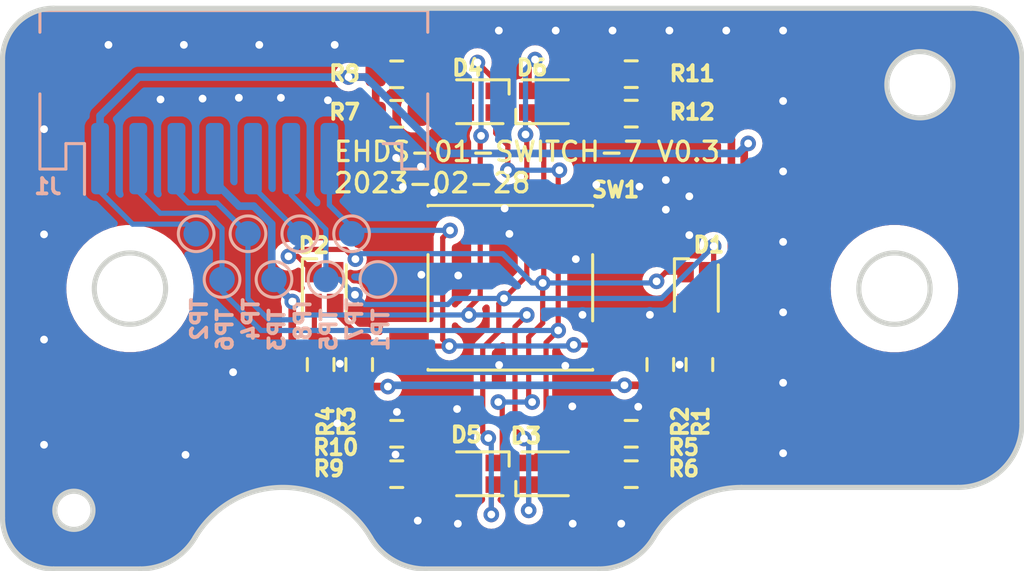
<source format=kicad_pcb>
(kicad_pcb (version 20221018) (generator pcbnew)
  (title_block (title "EHDS-01-Switch-7") (date "2024-01-18") (rev "V0.3") (company "Ovobot") (comment 1 "EHDS-01 Switch-7副板，V0.3，40x22x1.2mm ，FR4，2层，绿油白字，无铅喷锡"))
  (layers (0 "F.Cu" signal) (31 "B.Cu" signal) (34 "B.Paste" user) (35 "F.Paste" user) (36 "B.SilkS" user "B.Silkscreen") (37 "F.SilkS" user "F.Silkscreen") (38 "B.Mask" user) (39 "F.Mask" user) (44 "Edge.Cuts" user))
  (net 0 "")
  (net 1 "GND")
  (net 2 "/CHG_ON_LED")
  (net 3 "/CHG_DONE_LED")
  (net 4 "+3V3")
  (net 5 "/LED_BLUE")
  (net 6 "/LED_RED")
  (net 7 "/IR_OUT")
  (net 8 "VPP")
  (net 9 "Net-(D1-A1)")
  (net 10 "Net-(D1-A2)")
  (net 11 "Net-(D2-A1)")
  (net 12 "Net-(D2-A2)")
  (net 13 "Net-(D3-A1)")
  (net 14 "Net-(D3-A2)")
  (net 15 "Net-(D4-A1)")
  (net 16 "Net-(D4-A2)")
  (net 17 "Net-(D5-A1)")
  (net 18 "Net-(D5-A2)")
  (net 19 "Net-(D6-A1)")
  (net 20 "Net-(D6-A2)")
  (footprint "Resistor_SMD:R_0603_1608Metric" (layer "F.Cu") (at 144.604 96.328)
    (fp_text reference "R6" (at 2.058 -0.215) (layer "F.SilkS") (effects (font (size 0.6 0.6))))
    (fp_text value "10K")
    (fp_line (start -0.237258 -0.5225) (end 0.237258 -0.5225) (stroke (width 0.12)) (layer "F.SilkS"))
    (fp_line (start -0.237258 0.5225) (end 0.237258 0.5225) (stroke (width 0.12)) (layer "F.SilkS"))
    (pad "1" smd roundrect (at -0.825 0) (size 0.8 0.95) (layers "F.Cu" "F.Paste" "F.Mask") (net 14 "Net-(D3-A2)"))
    (pad "2" smd roundrect (at 0.825 0) (size 0.8 0.95) (layers "F.Cu" "F.Paste" "F.Mask") (net 8 "VPP"))
  )
  (footprint "Resistor_SMD:R_0603_1608Metric" (layer "F.Cu") (at 133.93 92.028 -90)
    (fp_text reference "R3" (at 2.237 0.488 90) (layer "F.SilkS") (effects (font (size 0.6 0.6))))
    (fp_text value "330R")
    (fp_line (start -0.237258 -0.5225) (end 0.237258 -0.5225) (stroke (width 0.12)) (layer "F.SilkS"))
    (fp_line (start -0.237258 0.5225) (end 0.237258 0.5225) (stroke (width 0.12)) (layer "F.SilkS"))
    (pad "1" smd roundrect (at -0.825 0 270) (size 0.8 0.95) (layers "F.Cu" "F.Paste" "F.Mask") (net 11 "Net-(D2-A1)"))
    (pad "2" smd roundrect (at 0.825 0 270) (size 0.8 0.95) (layers "F.Cu" "F.Paste" "F.Mask") (net 4 "+3V3"))
  )
  (footprint "Resistor_SMD:R_0603_1608Metric" (layer "F.Cu") (at 144.604 94.744)
    (fp_text reference "R5" (at 2.058 0.533) (layer "F.SilkS") (effects (font (size 0.6 0.6))))
    (fp_text value "10K")
    (fp_line (start -0.237258 -0.5225) (end 0.237258 -0.5225) (stroke (width 0.12)) (layer "F.SilkS"))
    (fp_line (start -0.237258 0.5225) (end 0.237258 0.5225) (stroke (width 0.12)) (layer "F.SilkS"))
    (pad "1" smd roundrect (at -0.825 0) (size 0.8 0.95) (layers "F.Cu" "F.Paste" "F.Mask") (net 13 "Net-(D3-A1)"))
    (pad "2" smd roundrect (at 0.825 0) (size 0.8 0.95) (layers "F.Cu" "F.Paste" "F.Mask") (net 8 "VPP"))
  )
  (footprint "Resistor_SMD:R_0603_1608Metric" (layer "F.Cu") (at 135.403 80.638 180)
    (fp_text reference "R8" (at 2.048 0.029) (layer "F.SilkS") (effects (font (size 0.6 0.6))))
    (fp_text value "10K")
    (fp_line (start -0.237258 -0.5225) (end 0.237258 -0.5225) (stroke (width 0.12)) (layer "F.SilkS"))
    (fp_line (start -0.237258 0.5225) (end 0.237258 0.5225) (stroke (width 0.12)) (layer "F.SilkS"))
    (pad "1" smd roundrect (at -0.825 0 180) (size 0.8 0.95) (layers "F.Cu" "F.Paste" "F.Mask") (net 16 "Net-(D4-A2)"))
    (pad "2" smd roundrect (at 0.825 0 180) (size 0.8 0.95) (layers "F.Cu" "F.Paste" "F.Mask") (net 8 "VPP"))
  )
  (footprint "Resistor_SMD:R_0603_1608Metric" (layer "F.Cu") (at 145.746 92.028 -90)
    (fp_text reference "R2" (at 2.237 -0.781 90) (layer "F.SilkS") (effects (font (size 0.6 0.6))))
    (fp_text value "330R")
    (fp_line (start -0.237258 -0.5225) (end 0.237258 -0.5225) (stroke (width 0.12)) (layer "F.SilkS"))
    (fp_line (start -0.237258 0.5225) (end 0.237258 0.5225) (stroke (width 0.12)) (layer "F.SilkS"))
    (pad "1" smd roundrect (at -0.825 0 270) (size 0.8 0.95) (layers "F.Cu" "F.Paste" "F.Mask") (net 10 "Net-(D1-A2)"))
    (pad "2" smd roundrect (at 0.825 0 270) (size 0.8 0.95) (layers "F.Cu" "F.Paste" "F.Mask") (net 4 "+3V3"))
  )
  (footprint "Ovo_Button_Switch_SMD:SW_Push_1P1T_NO_6x6mm_H5.0mm" (layer "F.Cu") (at 139.861 89.014)
    (fp_text reference "SW1" (at 4.126 -3.843) (layer "F.SilkS") (effects (font (size 0.6 0.6))))
    (fp_text value "6x6x5mm")
    (fp_line (start -3.23 -3.23) (end 3.23 -3.23) (stroke (width 0.12)) (layer "F.SilkS"))
    (fp_line (start -3.23 -3.2) (end -3.23 -3.23) (stroke (width 0.12)) (layer "F.SilkS"))
    (fp_line (start -3.23 -1.3) (end -3.23 1.3) (stroke (width 0.12)) (layer "F.SilkS"))
    (fp_line (start -3.23 3.23) (end -3.23 3.2) (stroke (width 0.12)) (layer "F.SilkS"))
    (fp_line (start -3.23 3.23) (end 3.23 3.23) (stroke (width 0.12)) (layer "F.SilkS"))
    (fp_line (start 3.23 -3.23) (end 3.23 -3.2) (stroke (width 0.12)) (layer "F.SilkS"))
    (fp_line (start 3.23 -1.3) (end 3.23 1.3) (stroke (width 0.12)) (layer "F.SilkS"))
    (fp_line (start 3.23 3.23) (end 3.23 3.2) (stroke (width 0.12)) (layer "F.SilkS"))
    (pad "1" smd rect (at -3.975 -2.25) (size 1.55 1.3) (layers "F.Cu" "F.Paste" "F.Mask") (net 1 "GND"))
    (pad "1" smd rect (at 3.975 -2.25) (size 1.55 1.3) (layers "F.Cu" "F.Paste" "F.Mask") (net 1 "GND"))
    (pad "2" smd rect (at -3.975 2.25) (size 1.55 1.3) (layers "F.Cu" "F.Paste" "F.Mask") (net 7 "/IR_OUT"))
    (pad "2" smd rect (at 3.975 2.25) (size 1.55 1.3) (layers "F.Cu" "F.Paste" "F.Mask") (net 7 "/IR_OUT"))
  )
  (footprint "Resistor_SMD:R_0603_1608Metric" (layer "F.Cu") (at 135.403 94.744 180)
    (fp_text reference "R10" (at 2.393 -0.533) (layer "F.SilkS") (effects (font (size 0.6 0.6))))
    (fp_text value "330R")
    (fp_line (start -0.237258 -0.5225) (end 0.237258 -0.5225) (stroke (width 0.12)) (layer "F.SilkS"))
    (fp_line (start -0.237258 0.5225) (end 0.237258 0.5225) (stroke (width 0.12)) (layer "F.SilkS"))
    (pad "1" smd roundrect (at -0.825 0 180) (size 0.8 0.95) (layers "F.Cu" "F.Paste" "F.Mask") (net 18 "Net-(D5-A2)"))
    (pad "2" smd roundrect (at 0.825 0 180) (size 0.8 0.95) (layers "F.Cu" "F.Paste" "F.Mask") (net 4 "+3V3"))
  )
  (footprint "Resistor_SMD:R_0603_1608Metric" (layer "F.Cu") (at 135.403 96.328 180)
    (fp_text reference "R9" (at 2.663 0.215) (layer "F.SilkS") (effects (font (size 0.6 0.6))))
    (fp_text value "330R")
    (fp_line (start -0.237258 -0.5225) (end 0.237258 -0.5225) (stroke (width 0.12)) (layer "F.SilkS"))
    (fp_line (start -0.237258 0.5225) (end 0.237258 0.5225) (stroke (width 0.12)) (layer "F.SilkS"))
    (pad "1" smd roundrect (at -0.825 0 180) (size 0.8 0.95) (layers "F.Cu" "F.Paste" "F.Mask") (net 17 "Net-(D5-A1)"))
    (pad "2" smd roundrect (at 0.825 0 180) (size 0.8 0.95) (layers "F.Cu" "F.Paste" "F.Mask") (net 4 "+3V3"))
  )
  (footprint "Ovo_LED_SMD:LED_Dual_1.6x1.5mm" (layer "F.Cu") (at 141.226 96.314 180)
    (fp_text reference "D3" (at 0.754 1.489 unlocked) (layer "F.SilkS") (effects (font (size 0.6 0.6))))
    (fp_text value "LED_Dual_Yellow_Green_AKAK")
    (fp_line (start -0.91 -0.86) (end 1.15 -0.86) (stroke (width 0.12)) (layer "F.SilkS"))
    (fp_line (start -0.91 0.86) (end 0.91 0.86) (stroke (width 0.12)) (layer "F.SilkS"))
    (fp_line (start 1.15 -0.86) (end 1.15 -0.3) (stroke (width 0.12)) (layer "F.SilkS"))
    (pad "1" smd rect (at -0.625 0.425 180) (size 0.8 0.65) (layers "F.Cu" "F.Paste" "F.Mask") (net 13 "Net-(D3-A1)"))
    (pad "2" smd rect (at 0.625 0.425 180) (size 0.8 0.65) (layers "F.Cu" "F.Paste" "F.Mask") (net 2 "/CHG_ON_LED"))
    (pad "3" smd rect (at -0.625 -0.425 180) (size 0.8 0.65) (layers "F.Cu" "F.Paste" "F.Mask") (net 14 "Net-(D3-A2)"))
    (pad "4" smd rect (at 0.625 -0.425 180) (size 0.8 0.65) (layers "F.Cu" "F.Paste" "F.Mask") (net 3 "/CHG_DONE_LED"))
  )
  (footprint "Ovo_LED_SMD:LED_Dual_1.6x1.5mm" (layer "F.Cu") (at 141.226 81.713 180)
    (fp_text reference "D6" (at 0.511 1.332 unlocked) (layer "F.SilkS") (effects (font (size 0.6 0.6))))
    (fp_text value "LED_Dual_Red_Blue_AKAK")
    (fp_line (start -0.91 -0.86) (end 1.15 -0.86) (stroke (width 0.12)) (layer "F.SilkS"))
    (fp_line (start -0.91 0.86) (end 0.91 0.86) (stroke (width 0.12)) (layer "F.SilkS"))
    (fp_line (start 1.15 -0.86) (end 1.15 -0.3) (stroke (width 0.12)) (layer "F.SilkS"))
    (pad "1" smd rect (at -0.625 0.425 180) (size 0.8 0.65) (layers "F.Cu" "F.Paste" "F.Mask") (net 19 "Net-(D6-A1)"))
    (pad "2" smd rect (at 0.625 0.425 180) (size 0.8 0.65) (layers "F.Cu" "F.Paste" "F.Mask") (net 6 "/LED_RED"))
    (pad "3" smd rect (at -0.625 -0.425 180) (size 0.8 0.65) (layers "F.Cu" "F.Paste" "F.Mask") (net 20 "Net-(D6-A2)"))
    (pad "4" smd rect (at 0.625 -0.425 180) (size 0.8 0.65) (layers "F.Cu" "F.Paste" "F.Mask") (net 5 "/LED_BLUE"))
  )
  (footprint "Resistor_SMD:R_0603_1608Metric" (layer "F.Cu") (at 135.403 82.188 180)
    (fp_text reference "R7" (at 2.048 0.07) (layer "F.SilkS") (effects (font (size 0.6 0.6))))
    (fp_text value "10K")
    (fp_line (start -0.237258 -0.5225) (end 0.237258 -0.5225) (stroke (width 0.12)) (layer "F.SilkS"))
    (fp_line (start -0.237258 0.5225) (end 0.237258 0.5225) (stroke (width 0.12)) (layer "F.SilkS"))
    (pad "1" smd roundrect (at -0.825 0 180) (size 0.8 0.95) (layers "F.Cu" "F.Paste" "F.Mask") (net 15 "Net-(D4-A1)"))
    (pad "2" smd roundrect (at 0.825 0 180) (size 0.8 0.95) (layers "F.Cu" "F.Paste" "F.Mask") (net 8 "VPP"))
  )
  (footprint "Resistor_SMD:R_0603_1608Metric" (layer "F.Cu") (at 144.604 82.182)
    (fp_text reference "R12" (at 2.395 -0.064) (layer "F.SilkS") (effects (font (size 0.6 0.6))))
    (fp_text value "330R")
    (fp_line (start -0.237258 -0.5225) (end 0.237258 -0.5225) (stroke (width 0.12)) (layer "F.SilkS"))
    (fp_line (start -0.237258 0.5225) (end 0.237258 0.5225) (stroke (width 0.12)) (layer "F.SilkS"))
    (pad "1" smd roundrect (at -0.825 0) (size 0.8 0.95) (layers "F.Cu" "F.Paste" "F.Mask") (net 20 "Net-(D6-A2)"))
    (pad "2" smd roundrect (at 0.825 0) (size 0.8 0.95) (layers "F.Cu" "F.Paste" "F.Mask") (net 4 "+3V3"))
  )
  (footprint "Resistor_SMD:R_0603_1608Metric" (layer "F.Cu") (at 147.281 92.028 -90)
    (fp_text reference "R1" (at 2.237 -0.055 90) (layer "F.SilkS") (effects (font (size 0.6 0.6))))
    (fp_text value "330R")
    (fp_line (start -0.237258 -0.5225) (end 0.237258 -0.5225) (stroke (width 0.12)) (layer "F.SilkS"))
    (fp_line (start -0.237258 0.5225) (end 0.237258 0.5225) (stroke (width 0.12)) (layer "F.SilkS"))
    (pad "1" smd roundrect (at -0.825 0 270) (size 0.8 0.95) (layers "F.Cu" "F.Paste" "F.Mask") (net 9 "Net-(D1-A1)"))
    (pad "2" smd roundrect (at 0.825 0 270) (size 0.8 0.95) (layers "F.Cu" "F.Paste" "F.Mask") (net 4 "+3V3"))
  )
  (footprint "Resistor_SMD:R_0603_1608Metric" (layer "F.Cu") (at 132.417 92.028 -90)
    (fp_text reference "R4" (at 2.237 -0.202 90) (layer "F.SilkS") (effects (font (size 0.6 0.6))))
    (fp_text value "330R")
    (fp_line (start -0.237258 -0.5225) (end 0.237258 -0.5225) (stroke (width 0.12)) (layer "F.SilkS"))
    (fp_line (start -0.237258 0.5225) (end 0.237258 0.5225) (stroke (width 0.12)) (layer "F.SilkS"))
    (pad "1" smd roundrect (at -0.825 0 270) (size 0.8 0.95) (layers "F.Cu" "F.Paste" "F.Mask") (net 12 "Net-(D2-A2)"))
    (pad "2" smd roundrect (at 0.825 0 270) (size 0.8 0.95) (layers "F.Cu" "F.Paste" "F.Mask") (net 4 "+3V3"))
  )
  (footprint "Resistor_SMD:R_0603_1608Metric" (layer "F.Cu") (at 144.604 80.632)
    (fp_text reference "R11" (at 2.395 -0.023) (layer "F.SilkS") (effects (font (size 0.6 0.6))))
    (fp_text value "330R")
    (fp_line (start -0.237258 -0.5225) (end 0.237258 -0.5225) (stroke (width 0.12)) (layer "F.SilkS"))
    (fp_line (start -0.237258 0.5225) (end 0.237258 0.5225) (stroke (width 0.12)) (layer "F.SilkS"))
    (pad "1" smd roundrect (at -0.825 0) (size 0.8 0.95) (layers "F.Cu" "F.Paste" "F.Mask") (net 19 "Net-(D6-A1)"))
    (pad "2" smd roundrect (at 0.825 0) (size 0.8 0.95) (layers "F.Cu" "F.Paste" "F.Mask") (net 4 "+3V3"))
  )
  (footprint "Ovo_LED_SMD:LED_Dual_1.6x1.5mm" (layer "F.Cu") (at 138.663 96.314)
    (fp_text reference "D5" (at -0.532 -1.531 unlocked) (layer "F.SilkS") (effects (font (size 0.6 0.6))))
    (fp_text value "LED_Dual_Red_Blue_AKAK")
    (fp_line (start -0.91 -0.86) (end 1.15 -0.86) (stroke (width 0.12)) (layer "F.SilkS"))
    (fp_line (start -0.91 0.86) (end 0.91 0.86) (stroke (width 0.12)) (layer "F.SilkS"))
    (fp_line (start 1.15 -0.86) (end 1.15 -0.3) (stroke (width 0.12)) (layer "F.SilkS"))
    (pad "1" smd rect (at -0.625 0.425) (size 0.8 0.65) (layers "F.Cu" "F.Paste" "F.Mask") (net 17 "Net-(D5-A1)"))
    (pad "2" smd rect (at 0.625 0.425) (size 0.8 0.65) (layers "F.Cu" "F.Paste" "F.Mask") (net 6 "/LED_RED"))
    (pad "3" smd rect (at -0.625 -0.425) (size 0.8 0.65) (layers "F.Cu" "F.Paste" "F.Mask") (net 18 "Net-(D5-A2)"))
    (pad "4" smd rect (at 0.625 -0.425) (size 0.8 0.65) (layers "F.Cu" "F.Paste" "F.Mask") (net 5 "/LED_BLUE"))
  )
  (footprint "Ovo_LED_SMD:LED_Dual_1.6x1.5mm" (layer "F.Cu") (at 138.663 81.713)
    (fp_text reference "D4" (at -0.478 -1.324 unlocked) (layer "F.SilkS") (effects (font (size 0.6 0.6))))
    (fp_text value "LED_Dual_Yellow_Green_AKAK")
    (fp_line (start -0.91 -0.86) (end 1.15 -0.86) (stroke (width 0.12)) (layer "F.SilkS"))
    (fp_line (start -0.91 0.86) (end 0.91 0.86) (stroke (width 0.12)) (layer "F.SilkS"))
    (fp_line (start 1.15 -0.86) (end 1.15 -0.3) (stroke (width 0.12)) (layer "F.SilkS"))
    (pad "1" smd rect (at -0.625 0.425) (size 0.8 0.65) (layers "F.Cu" "F.Paste" "F.Mask") (net 15 "Net-(D4-A1)"))
    (pad "2" smd rect (at 0.625 0.425) (size 0.8 0.65) (layers "F.Cu" "F.Paste" "F.Mask") (net 2 "/CHG_ON_LED"))
    (pad "3" smd rect (at -0.625 -0.425) (size 0.8 0.65) (layers "F.Cu" "F.Paste" "F.Mask") (net 16 "Net-(D4-A2)"))
    (pad "4" smd rect (at 0.625 -0.425) (size 0.8 0.65) (layers "F.Cu" "F.Paste" "F.Mask") (net 3 "/CHG_DONE_LED"))
  )
  (footprint "Ovo_LED_SMD:LED_Dual_1.6x1.5mm" (layer "F.Cu") (at 147.161 89.027 90)
    (fp_text reference "D1" (at 1.695 0.487 unlocked) (layer "F.SilkS") (effects (font (size 0.6 0.6))))
    (fp_text value "LED_Dual_Red_Blue_AKAK")
    (fp_line (start -0.91 -0.86) (end 1.15 -0.86) (stroke (width 0.12)) (layer "F.SilkS"))
    (fp_line (start -0.91 0.86) (end 0.91 0.86) (stroke (width 0.12)) (layer "F.SilkS"))
    (fp_line (start 1.15 -0.86) (end 1.15 -0.3) (stroke (width 0.12)) (layer "F.SilkS"))
    (pad "1" smd rect (at -0.625 0.425 90) (size 0.8 0.65) (layers "F.Cu" "F.Paste" "F.Mask") (net 9 "Net-(D1-A1)"))
    (pad "2" smd rect (at 0.625 0.425 90) (size 0.8 0.65) (layers "F.Cu" "F.Paste" "F.Mask") (net 6 "/LED_RED"))
    (pad "3" smd rect (at -0.625 -0.425 90) (size 0.8 0.65) (layers "F.Cu" "F.Paste" "F.Mask") (net 10 "Net-(D1-A2)"))
    (pad "4" smd rect (at 0.625 -0.425 90) (size 0.8 0.65) (layers "F.Cu" "F.Paste" "F.Mask") (net 5 "/LED_BLUE"))
  )
  (footprint "Ovo_LED_SMD:LED_Dual_1.6x1.5mm" (layer "F.Cu") (at 132.561 89.027 90)
    (fp_text reference "D2" (at 1.675 -0.407 unlocked) (layer "F.SilkS") (effects (font (size 0.6 0.6))))
    (fp_text value "LED_Dual_Red_Blue_AKAK")
    (fp_line (start -0.91 -0.86) (end 1.15 -0.86) (stroke (width 0.12)) (layer "F.SilkS"))
    (fp_line (start -0.91 0.86) (end 0.91 0.86) (stroke (width 0.12)) (layer "F.SilkS"))
    (fp_line (start 1.15 -0.86) (end 1.15 -0.3) (stroke (width 0.12)) (layer "F.SilkS"))
    (pad "1" smd rect (at -0.625 0.425 90) (size 0.8 0.65) (layers "F.Cu" "F.Paste" "F.Mask") (net 11 "Net-(D2-A1)"))
    (pad "2" smd rect (at 0.625 0.425 90) (size 0.8 0.65) (layers "F.Cu" "F.Paste" "F.Mask") (net 6 "/LED_RED"))
    (pad "3" smd rect (at -0.625 -0.425 90) (size 0.8 0.65) (layers "F.Cu" "F.Paste" "F.Mask") (net 12 "Net-(D2-A2)"))
    (pad "4" smd rect (at 0.625 -0.425 90) (size 0.8 0.65) (layers "F.Cu" "F.Paste" "F.Mask") (net 5 "/LED_BLUE"))
  )
  (footprint "TestPoint:TestPoint_Pad_D1.0mm" (layer "B.Cu") (at 131.598332 86.895 180)
    (fp_text reference "TP8" (at -0.121 -3.357 90) (layer "B.SilkS") (effects (font (size 0.6 0.6)) (justify mirror)))
    (fp_text value "LED_BLUE")
    (fp_circle (center 0 0) (end 0 -0.7) (stroke (width 0.12)) (fill none) (layer "B.SilkS"))
    (pad "1" smd circle (at 0 0 180) (size 1 1) (layers "B.Cu" "B.Mask") (net 5 "/LED_BLUE"))
  )
  (footprint "TestPoint:TestPoint_Pad_D1.0mm" (layer "B.Cu") (at 128.548 88.688 180)
    (fp_text reference "TP6" (at -0.114 -1.98 90) (layer "B.SilkS") (effects (font (size 0.6 0.6)) (justify mirror)))
    (fp_text value "CHG_ON_LED")
    (fp_circle (center 0 0) (end 0 -0.7) (stroke (width 0.12)) (fill none) (layer "B.SilkS"))
    (pad "1" smd circle (at 0 0 180) (size 1 1) (layers "B.Cu" "B.Mask") (net 2 "/CHG_ON_LED"))
  )
  (footprint "TestPoint:TestPoint_Pad_D1.0mm" (layer "B.Cu") (at 130.587 88.688 180)
    (fp_text reference "TP3" (at -0.114 -1.98 90) (layer "B.SilkS") (effects (font (size 0.6 0.6)) (justify mirror)))
    (fp_text value "3V3")
    (fp_circle (center 0 0) (end 0 -0.7) (stroke (width 0.12)) (fill none) (layer "B.SilkS"))
    (pad "1" smd circle (at 0 0 180) (size 1 1) (layers "B.Cu" "B.Mask") (net 4 "+3V3"))
  )
  (footprint "Ovo_Connector_JST:JST_ZH_S8B-ZR-SM4-TF_1x08-1MP_P1.50mm_Horizontal" (layer "B.Cu") (at 129.011 82.297)
    (fp_text reference "J1" (at -7.295 2.743) (layer "B.SilkS") (effects (font (size 0.6 0.6)) (justify mirror)))
    (fp_text value "ZH1.5MM/8AWSMT")
    (fp_line (start -7.61 -4.16) (end 7.61 -4.16) (stroke (width 0.12)) (layer "B.SilkS"))
    (fp_line (start -7.61 -3.31) (end -7.61 -4.16) (stroke (width 0.12)) (layer "B.SilkS"))
    (fp_line (start -7.61 -0.89) (end -7.61 2.06) (stroke (width 0.12)) (layer "B.SilkS"))
    (fp_line (start -7.61 2.06) (end -6.59 2.06) (stroke (width 0.12)) (layer "B.SilkS"))
    (fp_line (start -6.59 1.06) (end -5.86 1.06) (stroke (width 0.12)) (layer "B.SilkS"))
    (fp_line (start -6.59 2.06) (end -6.59 1.06) (stroke (width 0.12)) (layer "B.SilkS"))
    (fp_line (start -5.86 1.06) (end -5.86 3.05) (stroke (width 0.12)) (layer "B.SilkS"))
    (fp_line (start 6.59 1.06) (end 5.86 1.06) (stroke (width 0.12)) (layer "B.SilkS"))
    (fp_line (start 6.59 2.06) (end 6.59 1.06) (stroke (width 0.12)) (layer "B.SilkS"))
    (fp_line (start 7.61 -4.16) (end 7.61 -3.31) (stroke (width 0.12)) (layer "B.SilkS"))
    (fp_line (start 7.61 -0.89) (end 7.61 2.06) (stroke (width 0.12)) (layer "B.SilkS"))
    (fp_line (start 7.61 2.06) (end 6.59 2.06) (stroke (width 0.12)) (layer "B.SilkS"))
    (pad "1" smd roundrect (at -5.25 1.65) (size 0.7 2.8) (layers "B.Cu" "B.Paste" "B.Mask") (net 8 "VPP"))
    (pad "2" smd roundrect (at -3.75 1.65) (size 0.7 2.8) (layers "B.Cu" "B.Paste" "B.Mask") (net 2 "/CHG_ON_LED"))
    (pad "3" smd roundrect (at -2.25 1.65) (size 0.7 2.8) (layers "B.Cu" "B.Paste" "B.Mask") (net 3 "/CHG_DONE_LED"))
    (pad "4" smd roundrect (at -0.75 1.65) (size 0.7 2.8) (layers "B.Cu" "B.Paste" "B.Mask") (net 4 "+3V3"))
    (pad "5" smd roundrect (at 0.75 1.65) (size 0.7 2.8) (layers "B.Cu" "B.Paste" "B.Mask") (net 5 "/LED_BLUE"))
    (pad "6" smd roundrect (at 2.25 1.65) (size 0.7 2.8) (layers "B.Cu" "B.Paste" "B.Mask") (net 6 "/LED_RED"))
    (pad "7" smd roundrect (at 3.75 1.65) (size 0.7 2.8) (layers "B.Cu" "B.Paste" "B.Mask") (net 7 "/IR_OUT"))
    (pad "8" smd roundrect (at 5.25 1.65) (size 0.7 2.8) (layers "B.Cu" "B.Paste" "B.Mask") (net 1 "GND"))
    (pad "MP" smd roundrect (at -7.2 -2.1) (size 1.1 1.9) (layers "B.Cu" "B.Paste" "B.Mask") (roundrect_rratio 0.2272727273) (net 1 "GND"))
    (pad "MP" smd roundrect (at 7.2 -2.1) (size 1.1 1.9) (layers "B.Cu" "B.Paste" "B.Mask") (roundrect_rratio 0.2272727273) (net 1 "GND"))
  )
  (footprint "TestPoint:TestPoint_Pad_D1.0mm" (layer "B.Cu") (at 129.565666 86.895 180)
    (fp_text reference "TP4" (at -0.121 -3.357 90) (layer "B.SilkS") (effects (font (size 0.6 0.6)) (justify mirror)))
    (fp_text value "CHG_DONE_LED")
    (fp_circle (center 0 0) (end 0 -0.7) (stroke (width 0.12)) (fill none) (layer "B.SilkS"))
    (pad "1" smd circle (at 0 0 180) (size 1 1) (layers "B.Cu" "B.Mask") (net 3 "/CHG_DONE_LED"))
  )
  (footprint "TestPoint:TestPoint_Pad_D1.0mm" (layer "B.Cu") (at 134.665 88.688 180)
    (fp_text reference "TP1" (at -0.114 -1.98 90) (layer "B.SilkS") (effects (font (size 0.6 0.6)) (justify mirror)))
    (fp_text value "GND")
    (fp_circle (center 0 0) (end 0 -0.7) (stroke (width 0.12)) (fill none) (layer "B.SilkS"))
    (pad "1" smd circle (at 0 0 180) (size 1 1) (layers "B.Cu" "B.Mask") (net 1 "GND"))
  )
  (footprint "TestPoint:TestPoint_Pad_D1.0mm" (layer "B.Cu") (at 133.630998 86.895 180)
    (fp_text reference "TP7" (at -0.121 -3.357 90) (layer "B.SilkS") (effects (font (size 0.6 0.6)) (justify mirror)))
    (fp_text value "IR_OUT")
    (fp_circle (center 0 0) (end 0 -0.7) (stroke (width 0.12)) (fill none) (layer "B.SilkS"))
    (pad "1" smd circle (at 0 0 180) (size 1 1) (layers "B.Cu" "B.Mask") (net 7 "/IR_OUT"))
  )
  (footprint "TestPoint:TestPoint_Pad_D1.0mm" (layer "B.Cu") (at 127.533 86.895 180)
    (fp_text reference "TP2" (at -0.121 -3.357 90) (layer "B.SilkS") (effects (font (size 0.6 0.6)) (justify mirror)))
    (fp_text value "VPP")
    (fp_circle (center 0 0) (end 0 -0.7) (stroke (width 0.12)) (fill none) (layer "B.SilkS"))
    (pad "1" smd circle (at 0 0 180) (size 1 1) (layers "B.Cu" "B.Mask") (net 8 "VPP"))
  )
  (footprint "TestPoint:TestPoint_Pad_D1.0mm" (layer "B.Cu") (at 132.626 88.688 180)
    (fp_text reference "TP5" (at -0.114 -1.98 90) (layer "B.SilkS") (effects (font (size 0.6 0.6)) (justify mirror)))
    (fp_text value "LED_RED")
    (fp_circle (center 0 0) (end 0 -0.7) (stroke (width 0.12)) (fill none) (layer "B.SilkS"))
    (pad "1" smd circle (at 0 0 180) (size 1 1) (layers "B.Cu" "B.Mask") (net 6 "/LED_RED"))
  )
  (gr_arc (start 121.939348 100.046995) (mid 120.522294 99.46284) (end 119.934933 98.047119) (stroke (width 0.2)) (layer "Edge.Cuts"))
  (gr_arc (start 145.48841 98.816741) (mid 146.950017 97.374432) (end 148.934644 96.847375) (stroke (width 0.2)) (layer "Edge.Cuts"))
  (gr_arc (start 145.48841 98.816741) (mid 144.574867 99.718168) (end 143.334445 100.047594) (stroke (width 0.2)) (layer "Edge.Cuts"))
  (gr_circle (center 154.934933 89.047) (end 156.334933 89.047) (stroke (width 0.2)) (fill none) (layer "Edge.Cuts"))
  (gr_arc (start 119.934933 80.047) (mid 120.520561 78.631733) (end 121.934955 78.044) (stroke (width 0.2)) (layer "Edge.Cuts"))
  (gr_line (start 159.934933 80.047) (end 159.934933 94.347375) (stroke (width 0.2)) (layer "Edge.Cuts"))
  (gr_line (start 143.334445 100.047594) (end 136.53474 100.047406) (stroke (width 0.2)) (layer "Edge.Cuts"))
  (gr_arc (start 127.488501 98.816337) (mid 126.574969 99.717714) (end 125.334592 100.047094) (stroke (width 0.2)) (layer "Edge.Cuts"))
  (gr_circle (center 124.934933 89.047) (end 126.334933 89.047) (stroke (width 0.2)) (fill none) (layer "Edge.Cuts"))
  (gr_arc (start 159.934933 94.347375) (mid 159.202694 96.115125) (end 157.434933 96.847375) (stroke (width 0.2)) (layer "Edge.Cuts"))
  (gr_line (start 125.334592 100.047094) (end 121.934933 100.047) (stroke (width 0.2)) (layer "Edge.Cuts"))
  (gr_line (start 119.934933 98.047) (end 119.934933 80.047) (stroke (width 0.2)) (layer "Edge.Cuts"))
  (gr_line (start 121.934933 78.047) (end 157.934933 78.047) (stroke (width 0.2)) (layer "Edge.Cuts"))
  (gr_line (start 157.434933 96.847375) (end 148.934644 96.847375) (stroke (width 0.2)) (layer "Edge.Cuts"))
  (gr_circle (center 155.934933 81.047) (end 157.234933 81.047) (stroke (width 0.2)) (fill none) (layer "Edge.Cuts"))
  (gr_arc (start 157.934933 78.047) (mid 159.349158 78.63285) (end 159.934933 80.047113) (stroke (width 0.2)) (layer "Edge.Cuts"))
  (gr_arc (start 127.488501 98.816337) (mid 130.93476 96.847133) (end 134.380899 98.816528) (stroke (width 0.2)) (layer "Edge.Cuts"))
  (gr_circle (center 122.734933 97.747) (end 123.484933 97.747) (stroke (width 0.2)) (fill none) (layer "Edge.Cuts"))
  (gr_arc (start 136.53474 100.047406) (mid 135.294387 99.717952) (end 134.380899 98.816528) (stroke (width 0.2)) (layer "Edge.Cuts"))
  (gr_text "EHDS-01-SWITCH-7 V0.3\n2023-02-28\n\n\n" (at 132.868 85.516) (layer "F.SilkS") (effects (font (size 0.762 0.762) (thickness 0.127)) (justify left)))
  (via (at 121.563 95.175) (size 0.6096) (drill 0.3048) (layers "F.Cu" "B.Cu") (net 1))
  (via (at 150.565 84.44957) (size 0.6096) (drill 0.3048) (layers "F.Cu" "B.Cu") (net 1))
  (via (at 150.565 95.50671) (size 0.6096) (drill 0.3048) (layers "F.Cu" "B.Cu") (net 1))
  (via (at 139.421 92.045) (size 0.6096) (drill 0.3048) (layers "F.Cu" "B.Cu") (net 1))
  (via (at 150.565 92.742425) (size 0.6096) (drill 0.3048) (layers "F.Cu" "B.Cu") (net 1))
  (via (at 145.963 84.785) (size 0.6096) (drill 0.3048) (layers "F.Cu" "B.Cu") (net 1))
  (via (at 137.771 93.772) (size 0.6096) (drill 0.3048) (layers "F.Cu" "B.Cu") (net 1))
  (via (at 136.229 98.152) (size 0.6096) (drill 0.3048) (layers "F.Cu" "B.Cu") (net 1))
  (via (at 150.565 87.213855) (size 0.6096) (drill 0.3048) (layers "F.Cu" "B.Cu") (net 1))
  (via (at 150.565 81.685285) (size 0.6096) (drill 0.3048) (layers "F.Cu" "B.Cu") (net 1))
  (via (at 135.356 95.56) (size 0.6096) (drill 0.3048) (layers "F.Cu" "B.Cu") (net 1))
  (via (at 145.963 85.948) (size 0.6096) (drill 0.3048) (layers "F.Cu" "B.Cu") (net 1))
  (via (at 135.41 93.887) (size 0.6096) (drill 0.3048) (layers "F.Cu" "B.Cu") (net 1))
  (via (at 144.928 85.048) (size 0.6096) (drill 0.3048) (layers "F.Cu" "B.Cu") (net 1))
  (via (at 145.338 90.076) (size 0.6096) (drill 0.3048) (layers "F.Cu" "B.Cu") (net 1))
  (via (at 121.563 86.919) (size 0.6096) (drill 0.3048) (layers "F.Cu" "B.Cu") (net 1))
  (via (at 127.115 95.57) (size 0.6096) (drill 0.3048) (layers "F.Cu" "B.Cu") (net 1))
  (via (at 136.37 88.503) (size 0.6096) (drill 0.3048) (layers "F.Cu" "B.Cu") (net 1))
  (via (at 146.884 85.426) (size 0.6096) (drill 0.3048) (layers "F.Cu" "B.Cu") (net 1))
  (via (at 142.308664 98.271) (size 0.6096) (drill 0.3048) (layers "F.Cu" "B.Cu") (net 1))
  (via (at 136.87 85.274) (size 0.6096) (drill 0.3048) (layers "F.Cu" "B.Cu") (net 1))
  (via (at 136.353 84.262) (size 0.6096) (drill 0.3048) (layers "F.Cu" "B.Cu") (net 1))
  (via (at 127.050333 79.482) (size 0.6096) (drill 0.3048) (layers "F.Cu" "B.Cu") (net 1))
  (via (at 135.381 83.916) (size 0.6096) (drill 0.3048) (layers "F.Cu" "B.Cu") (net 1))
  (via (at 146.503 92.034) (size 0.6096) (drill 0.3048) (layers "F.Cu" "B.Cu") (net 1))
  (via (at 135.642 85.059) (size 0.6096) (drill 0.3048) (layers "F.Cu" "B.Cu") (net 1))
  (via (at 142.43 87.89) (size 0.6096) (drill 0.3048) (layers "F.Cu" "B.Cu") (net 1))
  (via (at 126.134 81.624) (size 0.6096) (drill 0.3048) (layers "F.Cu" "B.Cu") (net 1))
  (via (at 150.565 78.921) (size 0.6096) (drill 0.3048) (layers "F.Cu" "B.Cu") (net 1))
  (via (at 132.969 79.482) (size 0.6096) (drill 0.3048) (layers "F.Cu" "B.Cu") (net 1))
  (via (at 141.641 78.921) (size 0.6096) (drill 0.3048) (layers "F.Cu" "B.Cu") (net 1))
  (via (at 133.072 94.333) (size 0.6096) (drill 0.3048) (layers "F.Cu" "B.Cu") (net 1))
  (via (at 142.018 92.074) (size 0.6096) (drill 0.3048) (layers "F.Cu" "B.Cu") (net 1))
  (via (at 124.091 79.482) (size 0.6096) (drill 0.3048) (layers "F.Cu" "B.Cu") (net 1))
  (via (at 129.208 81.559) (size 0.6096) (drill 0.3048) (layers "F.Cu" "B.Cu") (net 1))
  (via (at 148.334 78.921) (size 0.6096) (drill 0.3048) (layers "F.Cu" "B.Cu") (net 1))
  (via (at 144.88 93.684) (size 0.6096) (drill 0.3048) (layers "F.Cu" "B.Cu") (net 1))
  (via (at 146.103 78.921) (size 0.6096) (drill 0.3048) (layers "F.Cu" "B.Cu") (net 1))
  (via (at 133.17 91.995) (size 0.6096) (drill 0.3048) (layers "F.Cu" "B.Cu") (net 1))
  (via (at 143.235 84.97) (size 0.6096) (drill 0.3048) (layers "F.Cu" "B.Cu") (net 1))
  (via (at 130.858 81.559) (size 0.6096) (drill 0.3048) (layers "F.Cu" "B.Cu") (net 1))
  (via (at 121.563 82.791) (size 0.6096) (drill 0.3048) (layers "F.Cu" "B.Cu") (net 1))
  (via (at 139.824 86.9) (size 0.6096) (drill 0.3048) (layers "F.Cu" "B.Cu") (net 1))
  (via (at 150.565 89.97814) (size 0.6096) (drill 0.3048) (layers "F.Cu" "B.Cu") (net 1))
  (via (at 146.884 86.948) (size 0.6096) (drill 0.3048) (layers "F.Cu" "B.Cu") (net 1))
  (via (at 144.213247 98.271) (size 0.6096) (drill 0.3048) (layers "F.Cu" "B.Cu") (net 1))
  (via (at 130.009666 79.482) (size 0.6096) (drill 0.3048) (layers "F.Cu" "B.Cu") (net 1))
  (via (at 128.982 92.327) (size 0.6096) (drill 0.3048) (layers "F.Cu" "B.Cu") (net 1))
  (via (at 137.8161 88.532) (size 0.6096) (drill 0.3048) (layers "F.Cu" "B.Cu") (net 1))
  (via (at 139.41 78.921) (size 0.6096) (drill 0.3048) (layers "F.Cu" "B.Cu") (net 1))
  (via (at 139.638 85.901) (size 0.6096) (drill 0.3048) (layers "F.Cu" "B.Cu") (net 1))
  (via (at 142.293 93.67) (size 0.6096) (drill 0.3048) (layers "F.Cu" "B.Cu") (net 1))
  (via (at 121.563 91.047) (size 0.6096) (drill 0.3048) (layers "F.Cu" "B.Cu") (net 1))
  (via (at 137.802 98.273) (size 0.6096) (drill 0.3048) (layers "F.Cu" "B.Cu") (net 1))
  (via (at 143.872 78.921) (size 0.6096) (drill 0.3048) (layers "F.Cu" "B.Cu") (net 1))
  (via (at 132.703 81.656) (size 0.6096) (drill 0.3048) (layers "F.Cu" "B.Cu") (net 1))
  (via (at 142.692 90.076) (size 0.6096) (drill 0.3048) (layers "F.Cu" "B.Cu") (net 1))
  (via (at 127.784 81.592) (size 0.6096) (drill 0.3048) (layers "F.Cu" "B.Cu") (net 1))
  (segment (start 139.763 83.427) (end 139.288 82.952) (width 0.2032) (layer "F.Cu") (net 2))
  (segment (start 141.262453 91.167547) (end 141.262453 95.227547) (width 0.2032) (layer "F.Cu") (net 2))
  (segment (start 141.786 84.4015) (end 141.74 84.4475) (width 0.2032) (layer "F.Cu") (net 2))
  (segment (start 141.262453 95.227547) (end 140.601 95.889) (width 0.2032) (layer "F.Cu") (net 2))
  (segment (start 141.74 84.4475) (end 141.74 90.69) (width 0.2032) (layer "F.Cu") (net 2))
  (segment (start 141.74 90.69) (end 141.262453 91.167547) (width 0.2032) (layer "F.Cu") (net 2))
  (segment (start 139.763 84.4015) (end 139.763 83.427) (width 0.2032) (layer "F.Cu") (net 2))
  (segment (start 139.288 82.952) (end 139.288 82.138) (width 0.2032) (layer "F.Cu") (net 2))
  (via (at 139.763 84.4015) (size 0.6096) (drill 0.3048) (layers "F.Cu" "B.Cu") (net 2))
  (via (at 141.74 90.69) (size 0.6096) (drill 0.3048) (layers "F.Cu" "B.Cu") (net 2))
  (via (at 141.786 84.4015) (size 0.6096) (drill 0.3048) (layers "F.Cu" "B.Cu") (net 2))
  (segment (start 126.1202 86.0902) (end 127.9502 86.0902) (width 0.2032) (layer "B.Cu") (net 2))
  (segment (start 125.261 85.231) (end 126.1202 86.0902) (width 0.2032) (layer "B.Cu") (net 2))
  (segment (start 128.548 86.688) (end 128.548 88.688) (width 0.2032) (layer "B.Cu") (net 2))
  (segment (start 127.9502 86.0902) (end 128.548 86.688) (width 0.2032) (layer "B.Cu") (net 2))
  (segment (start 128.548 89.161) (end 128.548 88.688) (width 0.2032) (layer "B.Cu") (net 2))
  (segment (start 141.786 84.4015) (end 139.763 84.4015) (width 0.2032) (layer "B.Cu") (net 2))
  (segment (start 141.74 90.69) (end 130.077 90.69) (width 0.2032) (layer "B.Cu") (net 2))
  (segment (start 130.077 90.69) (end 128.548 89.161) (width 0.2032) (layer "B.Cu") (net 2))
  (segment (start 138.67961 89.35539) (end 138.67961 83.08439) (width 0.2032) (layer "F.Cu") (net 3))
  (segment (start 138.234 90.0809) (end 138.234 89.801) (width 0.2032) (layer "F.Cu") (net 3))
  (segment (start 140.396 94.93) (end 140.043753 94.577753) (width 0.2032) (layer "F.Cu") (net 3))
  (segment (start 140.043753 94.577753) (end 140.043753 90.544425) (width 0.2032) (layer "F.Cu") (net 3))
  (segment (start 139.288 80.892) (end 139.288 81.288) (width 0.2032) (layer "F.Cu") (net 3))
  (segment (start 138.67961 83.08439) (end 138.712 83.052) (width 0.2032) (layer "F.Cu") (net 3))
  (segment (start 138.57 80.174) (end 139.288 80.892) (width 0.2032) (layer "F.Cu") (net 3))
  (segment (start 138.234 89.801) (end 138.67961 89.35539) (width 0.2032) (layer "F.Cu") (net 3))
  (segment (start 140.043753 90.544425) (end 140.507278 90.0809) (width 0.2032) (layer "F.Cu") (net 3))
  (segment (start 140.58 96.76) (end 140.601 96.739) (width 0.2032) (layer "F.Cu") (net 3))
  (segment (start 140.58 97.75) (end 140.58 96.76) (width 0.2032) (layer "F.Cu") (net 3))
  (via (at 140.58 97.75) (size 0.6096) (drill 0.3048) (layers "F.Cu" "B.Cu") (net 3))
  (via (at 140.396 94.93) (size 0.6096) (drill 0.3048) (layers "F.Cu" "B.Cu") (net 3))
  (via (at 138.712 83.052) (size 0.6096) (drill 0.3048) (layers "F.Cu" "B.Cu") (net 3))
  (via (at 138.234 90.0809) (size 0.6096) (drill 0.3048) (layers "F.Cu" "B.Cu") (net 3))
  (via (at 140.507278 90.0809) (size 0.6096) (drill 0.3048) (layers "F.Cu" "B.Cu") (net 3))
  (via (at 138.57 80.174) (size 0.6096) (drill 0.3048) (layers "F.Cu" "B.Cu") (net 3))
  (segment (start 127.2348 85.6838) (end 128.354466 85.6838) (width 0.2032) (layer "B.Cu") (net 3))
  (segment (start 130.386 90.271) (end 129.565666 89.450666) (width 0.2032) (layer "B.Cu") (net 3))
  (segment (start 126.761 85.21) (end 127.2348 85.6838) (width 0.2032) (layer "B.Cu") (net 3))
  (segment (start 138.57 80.174) (end 138.712 80.316) (width 0.2032) (layer "B.Cu") (net 3))
  (segment (start 128.354466 85.6838) (end 129.565666 86.895) (width 0.2032) (layer "B.Cu") (net 3))
  (segment (start 138.712 80.316) (end 138.712 83.052) (width 0.2032) (layer "B.Cu") (net 3))
  (segment (start 131.639205 90.0809) (end 131.449105 90.271) (width 0.2032) (layer "B.Cu") (net 3))
  (segment (start 140.396 94.93) (end 140.58 95.114) (width 0.2032) (layer "B.Cu") (net 3))
  (segment (start 140.58 95.114) (end 140.58 97.75) (width 0.2032) (layer "B.Cu") (net 3))
  (segment (start 129.565666 89.450666) (end 129.565666 86.895) (width 0.2032) (layer "B.Cu") (net 3))
  (segment (start 140.507278 90.0809) (end 131.639205 90.0809) (width 0.2032) (layer "B.Cu") (net 3))
  (segment (start 131.449105 90.271) (end 130.386 90.271) (width 0.2032) (layer "B.Cu") (net 3))
  (segment (start 148.536 83.194) (end 147.524 82.182) (width 0.3) (layer "F.Cu") (net 4))
  (segment (start 144.34 92.842) (end 147.27 92.842) (width 0.3) (layer "F.Cu") (net 4))
  (segment (start 148.536 91.758) (end 148.536 83.194) (width 0.3) (layer "F.Cu") (net 4))
  (segment (start 147.281 92.853) (end 147.441 92.853) (width 0.3) (layer "F.Cu") (net 4))
  (segment (start 145.429 82.182) (end 145.429 80.632) (width 0.3) (layer "F.Cu") (net 4))
  (segment (start 147.441 92.853) (end 148.536 91.758) (width 0.3) (layer "F.Cu") (net 4))
  (segment (start 134.403401 96.278) (end 134.403401 93.326401) (width 0.3) (layer "F.Cu") (net 4))
  (segment (start 131.303 89.555) (end 131.303 91.903) (width 0.3) (layer "F.Cu") (net 4))
  (segment (start 133.968 92.891) (end 135.057 92.891) (width 0.3) (layer "F.Cu") (net 4))
  (segment (start 147.524 82.182) (end 145.429 82.182) (width 0.3) (layer "F.Cu") (net 4))
  (segment (start 132.253 92.853) (end 133.93 92.853) (width 0.3) (layer "F.Cu") (net 4))
  (segment (start 131.303 91.903) (end 132.253 92.853) (width 0.3) (layer "F.Cu") (net 4))
  (segment (start 147.27 92.842) (end 147.281 92.853) (width 0.3) (layer "F.Cu") (net 4))
  (segment (start 134.403401 93.326401) (end 133.93 92.853) (width 0.3) (layer "F.Cu") (net 4))
  (via (at 135.057 92.891) (size 0.6096) (drill 0.3048) (layers "F.Cu" "B.Cu") (net 4))
  (via (at 144.34 92.842) (size 0.6096) (drill 0.3048) (layers "F.Cu" "B.Cu") (net 4))
  (via (at 131.303 89.555) (size 0.6096) (drill 0.3048) (layers "F.Cu" "B.Cu") (net 4))
  (segment (start 128.261 84.853) (end 129.219 85.811) (width 0.3) (layer "B.Cu") (net 4))
  (segment (start 129.791 85.811) (end 130.497 86.517) (width 0.3) (layer "B.Cu") (net 4))
  (segment (start 130.497 86.517) (end 130.497 88.598) (width 0.3) (layer "B.Cu") (net 4))
  (segment (start 129.219 85.811) (end 129.791 85.811) (width 0.3) (layer "B.Cu") (net 4))
  (segment (start 130.497 88.598) (end 130.587 88.688) (width 0.3) (layer "B.Cu") (net 4))
  (segment (start 130.587 88.839) (end 131.303 89.555) (width 0.3) (layer "B.Cu") (net 4))
  (segment (start 128.261 83.947) (end 128.261 84.853) (width 0.3) (layer "B.Cu") (net 4))
  (segment (start 135.057 92.891) (end 135.106 92.842) (width 0.3) (layer "B.Cu") (net 4))
  (segment (start 130.587 88.688) (end 130.587 88.839) (width 0.3) (layer "B.Cu") (net 4))
  (segment (start 135.106 92.842) (end 144.34 92.842) (width 0.3) (layer "B.Cu") (net 4))
  (segment (start 131.425289 87.510211) (end 131.1545 87.781) (width 0.2032) (layer "F.Cu") (net 5))
  (segment (start 141.173 88.7828) (end 141.173 82.836) (width 0.2032) (layer "F.Cu") (net 5))
  (segment (start 139.388 93.4995) (end 139.543 93.6545) (width 0.2032) (layer "F.Cu") (net 5))
  (segment (start 133.399847 87.510211) (end 131.425289 87.510211) (width 0.2032) (layer "F.Cu") (net 5))
  (segment (start 140.581 93.363647) (end 140.716853 93.4995) (width 0.2032) (layer "F.Cu") (net 5))
  (segment (start 145.599165 88.762165) (end 145.95933 88.402) (width 0.2032) (layer "F.Cu") (net 5))
  (segment (start 139.543 95.634) (end 139.288 95.889) (width 0.2032) (layer "F.Cu") (net 5))
  (segment (start 140.601 82.264) (end 140.601 82.138) (width 0.2032) (layer "F.Cu") (net 5))
  (segment (start 141.1309 88.8249) (end 141.1309 90.3981) (width 0.2032) (layer "F.Cu") (net 5))
  (segment (start 132.136 88.402) (end 131.515 87.781) (width 0.2032) (layer "F.Cu") (net 5))
  (segment (start 133.780921 87.891285) (end 133.399847 87.510211) (width 0.2032) (layer "F.Cu") (net 5))
  (segment (start 131.515 87.781) (end 131.1545 87.781) (width 0.2032) (layer "F.Cu") (net 5))
  (segment (start 141.1309 88.8249) (end 141.173 88.7828) (width 0.2032) (layer "F.Cu") (net 5))
  (segment (start 141.1309 90.3981) (end 140.581 90.948) (width 0.2032) (layer "F.Cu") (net 5))
  (segment (start 145.95933 88.402) (end 146.736 88.402) (width 0.2032) (layer "F.Cu") (net 5))
  (segment (start 140.581 90.948) (end 140.581 93.363647) (width 0.2032) (layer "F.Cu") (net 5))
  (segment (start 139.543 93.6545) (end 139.543 95.634) (width 0.2032) (layer "F.Cu") (net 5))
  (segment (start 141.173 82.836) (end 140.601 82.264) (width 0.2032) (layer "F.Cu") (net 5))
  (via (at 139.388 93.4995) (size 0.6096) (drill 0.3048) (layers "F.Cu" "B.Cu") (net 5))
  (via (at 140.716853 93.4995) (size 0.6096) (drill 0.3048) (layers "F.Cu" "B.Cu") (net 5))
  (via (at 145.599165 88.762165) (size 0.6096) (drill 0.3048) (layers "F.Cu" "B.Cu") (net 5))
  (via (at 131.1545 87.781) (size 0.6096) (drill 0.3048) (layers "F.Cu" "B.Cu") (net 5))
  (via (at 133.780921 87.891285) (size 0.6096) (drill 0.3048) (layers "F.Cu" "B.Cu") (net 5))
  (via (at 141.1309 88.8249) (size 0.6096) (drill 0.3048) (layers "F.Cu" "B.Cu") (net 5))
  (segment (start 145.53643 88.8249) (end 140.7109 88.8249) (width 0.2032) (layer "B.Cu") (net 5))
  (segment (start 145.599165 88.762165) (end 145.53643 88.8249) (width 0.2032) (layer "B.Cu") (net 5))
  (segment (start 133.996206 87.676) (end 133.780921 87.891285) (width 0.2032) (layer "B.Cu") (net 5))
  (segment (start 139.562 87.676) (end 133.996206 87.676) (width 0.2032) (layer "B.Cu") (net 5))
  (segment (start 131.1545 87.781) (end 131.598332 87.337168) (width 0.2032) (layer "B.Cu") (net 5))
  (segment (start 129.761 83.947) (end 129.761 85.048) (width 0.2032) (layer "B.Cu") (net 5))
  (segment (start 140.716853 93.4995) (end 139.388 93.4995) (width 0.2032) (layer "B.Cu") (net 5))
  (segment (start 140.7109 88.8249) (end 139.562 87.676) (width 0.2032) (layer "B.Cu") (net 5))
  (segment (start 129.761 85.048) (end 131.598332 86.885332) (width 0.2032) (layer "B.Cu") (net 5))
  (segment (start 131.598332 87.337168) (end 131.598332 86.895) (width 0.2032) (layer "B.Cu") (net 5))
  (segment (start 131.598332 86.885332) (end 131.598332 86.895) (width 0.2032) (layer "B.Cu") (net 5))
  (segment (start 139.408 90.745) (end 139.408 89.639) (width 0.2032) (layer "F.Cu") (net 6))
  (segment (start 138.778 91.375) (end 139.408 90.745) (width 0.2032) (layer "F.Cu") (net 6))
  (segment (start 140.506778 83.049778) (end 140.457 83) (width 0.2032) (layer "F.Cu") (net 6))
  (segment (start 147.839674 87.383054) (end 147.839674 88.148326) (width 0.2032) (layer "F.Cu") (net 6))
  (segment (start 140.506778 88.540222) (end 140.506778 83.049778) (width 0.2032) (layer "F.Cu") (net 6))
  (segment (start 139.613 89.434) (end 140.506778 88.540222) (width 0.2032) (layer "F.Cu") (net 6))
  (segment (start 140.831 80.058) (end 140.601 80.288) (width 0.2032) (layer "F.Cu") (net 6))
  (segment (start 138.778 94.6916) (end 138.778 91.375) (width 0.2032) (layer "F.Cu") (net 6))
  (segment (start 132.986 88.509) (end 132.986 88.402) (width 0.2032) (layer "F.Cu") (net 6))
  (segment (start 147.839674 88.148326) (end 147.586 88.402) (width 0.2032) (layer "F.Cu") (net 6))
  (segment (start 133.765 89.288) (end 132.986 88.509) (width 0.2032) (layer "F.Cu") (net 6))
  (segment (start 139.408 89.639) (end 139.613 89.434) (width 0.2032) (layer "F.Cu") (net 6))
  (segment (start 139.114 96.913) (end 139.288 96.739) (width 0.2032) (layer "F.Cu") (net 6))
  (segment (start 139.114 97.912) (end 139.114 96.913) (width 0.2032) (layer "F.Cu") (net 6))
  (segment (start 138.9974 94.911) (end 138.778 94.6916) (width 0.2032) (layer "F.Cu") (net 6))
  (segment (start 140.601 80.288) (end 140.601 81.288) (width 0.2032) (layer "F.Cu") (net 6))
  (via (at 147.839674 87.383054) (size 0.6096) (drill 0.3048) (layers "F.Cu" "B.Cu") (net 6))
  (via (at 140.457 83) (size 0.6096) (drill 0.3048) (layers "F.Cu" "B.Cu") (net 6))
  (via (at 139.613 89.434) (size 0.6096) (drill 0.3048) (layers "F.Cu" "B.Cu") (net 6))
  (via (at 133.765 89.288) (size 0.6096) (drill 0.3048) (layers "F.Cu" "B.Cu") (net 6))
  (via (at 138.9974 94.911) (size 0.6096) (drill 0.3048) (layers "F.Cu" "B.Cu") (net 6))
  (via (at 139.114 97.912) (size 0.6096) (drill 0.3048) (layers "F.Cu" "B.Cu") (net 6))
  (via (at 140.831 80.058) (size 0.6096) (drill 0.3048) (layers "F.Cu" "B.Cu") (net 6))
  (segment (start 139.613 89.434) (end 145.788728 89.434) (width 0.2032) (layer "B.Cu") (net 6))
  (segment (start 134.148 89.671) (end 133.165 88.688) (width 0.2032) (layer "B.Cu") (net 6))
  (segment (start 139.114 95.0276) (end 139.114 97.912) (width 0.2032) (layer "B.Cu") (net 6))
  (segment (start 137.411 89.671) (end 134.148 89.671) (width 0.2032) (layer "B.Cu") (net 6))
  (segment (start 131.261 85.364) (end 131.261 83.947) (width 0.2032) (layer "B.Cu") (net 6))
  (segment (start 132.624 86.727) (end 131.261 85.364) (width 0.2032) (layer "B.Cu") (net 6))
  (segment (start 137.648 89.434) (end 137.411 89.671) (width 0.2032) (layer "B.Cu") (net 6))
  (segment (start 132.624 88.686) (end 132.624 86.727) (width 0.2032) (layer "B.Cu") (net 6))
  (segment (start 145.788728 89.434) (end 147.839674 87.383054) (width 0.2032) (layer "B.Cu") (net 6))
  (segment (start 140.831 80.058) (end 140.457 80.432) (width 0.2032) (layer "B.Cu") (net 6))
  (segment (start 132.626 88.688) (end 132.624 88.686) (width 0.2032) (layer "B.Cu") (net 6))
  (segment (start 133.165 88.688) (end 132.626 88.688) (width 0.2032) (layer "B.Cu") (net 6))
  (segment (start 139.613 89.434) (end 137.648 89.434) (width 0.2032) (layer "B.Cu") (net 6))
  (segment (start 138.9974 94.911) (end 139.114 95.0276) (width 0.2032) (layer "B.Cu") (net 6))
  (segment (start 140.457 80.432) (end 140.457 83) (width 0.2032) (layer "B.Cu") (net 6))
  (segment (start 142.3491 91.254) (end 142.3591 91.264) (width 0.2032) (layer "F.Cu") (net 7))
  (segment (start 137.465 91.303) (end 137.207 91.045) (width 0.2032) (layer "F.Cu") (net 7))
  (segment (start 142.3591 91.264) (end 143.836 91.264) (width 0.2032) (layer "F.Cu") (net 7))
  (segment (start 137.207 91.045) (end 137.207 87.054) (width 0.2032) (layer "F.Cu") (net 7))
  (segment (start 137.465 91.303) (end 135.925 91.303) (width 0.2032) (layer "F.Cu") (net 7))
  (segment (start 137.207 87.054) (end 137.495 86.766) (width 0.2032) (layer "F.Cu") (net 7))
  (segment (start 135.925 91.303) (end 135.886 91.264) (width 0.2032) (layer "F.Cu") (net 7))
  (via (at 137.495 86.766) (size 0.6096) (drill 0.3048) (layers "F.Cu" "B.Cu") (net 7))
  (via (at 137.465 91.303) (size 0.6096) (drill 0.3048) (layers "F.Cu" "B.Cu") (net 7))
  (via (at 142.3491 91.254) (size 0.6096) (drill 0.3048) (layers "F.Cu" "B.Cu") (net 7))
  (segment (start 137.4904 86.7614) (end 133.7514 86.7614) (width 0.2032) (layer "B.Cu") (net 7))
  (segment (start 133.7514 86.7614) (end 132.761 85.771) (width 0.2032) (layer "B.Cu") (net 7))
  (segment (start 142.3035 91.2996) (end 142.3491 91.254) (width 0.2032) (layer "B.Cu") (net 7))
  (segment (start 132.761 85.771) (end 132.761 83.947) (width 0.2032) (layer "B.Cu") (net 7))
  (segment (start 137.465 91.303) (end 137.4684 91.2996) (width 0.2032) (layer "B.Cu") (net 7))
  (segment (start 137.4684 91.2996) (end 142.3035 91.2996) (width 0.2032) (layer "B.Cu") (net 7))
  (segment (start 137.495 86.766) (end 137.4904 86.7614) (width 0.2032) (layer "B.Cu") (net 7))
  (segment (start 147.797 94.744) (end 145.429 94.744) (width 0.3) (layer "F.Cu") (net 8))
  (segment (start 149.1935 83.351) (end 149.0392 83.5053) (width 0.3) (layer "F.Cu") (net 8))
  (segment (start 134.578 80.638) (end 134.578 82.188) (width 0.3) (layer "F.Cu") (net 8))
  (segment (start 149.0392 83.5053) (end 149.0392 93.5018) (width 0.3) (layer "F.Cu") (net 8))
  (segment (start 149.0392 93.5018) (end 147.797 94.744) (width 0.3) (layer "F.Cu") (net 8))
  (segment (start 134.469 80.747) (end 133.51 80.747) (width 0.3) (layer "F.Cu") (net 8))
  (segment (start 145.429 94.744) (end 145.429 96.328) (width 0.3) (layer "F.Cu") (net 8))
  (via (at 149.1935 83.351) (size 0.6096) (drill 0.3048) (layers "F.Cu" "B.Cu") (net 8))
  (via (at 133.51 80.747) (size 0.6096) (drill 0.3048) (layers "F.Cu" "B.Cu") (net 8))
  (segment (start 123.761 83.947) (end 123.761 82.266) (width 0.3) (layer "B.Cu") (net 8))
  (segment (start 123.761 85.239) (end 125.04 86.518) (width 0.2032) (layer "B.Cu") (net 8))
  (segment (start 125.04 86.518) (end 127.156 86.518) (width 0.2032) (layer "B.Cu") (net 8))
  (segment (start 149.1935 83.351) (end 148.8005 83.744) (width 0.3) (layer "B.Cu") (net 8))
  (segment (start 148.8005 83.744) (end 137.187 83.744) (width 0.3) (layer "B.Cu") (net 8))
  (segment (start 127.156 86.518) (end 127.533 86.895) (width 0.2032) (layer "B.Cu") (net 8))
  (segment (start 134.19 80.747) (end 133.51 80.747) (width 0.3) (layer "B.Cu") (net 8))
  (segment (start 125.28 80.747) (end 133.51 80.747) (width 0.3) (layer "B.Cu") (net 8))
  (segment (start 123.761 83.947) (end 123.761 85.239) (width 0.2032) (layer "B.Cu") (net 8))
  (segment (start 123.761 82.266) (end 125.28 80.747) (width 0.3) (layer "B.Cu") (net 8))
  (segment (start 137.187 83.744) (end 134.19 80.747) (width 0.3) (layer "B.Cu") (net 8))
  (segment (start 147.519 90.965) (end 147.519 89.719) (width 0.2032) (layer "F.Cu") (net 9))
  (segment (start 147.281 91.203) (end 147.519 90.965) (width 0.2032) (layer "F.Cu") (net 9))
  (segment (start 147.519 89.719) (end 147.586 89.652) (width 0.2032) (layer "F.Cu") (net 9))
  (segment (start 145.746 91.203) (end 146.736 90.213) (width 0.2032) (layer "F.Cu") (net 10))
  (segment (start 146.736 90.213) (end 146.736 89.652) (width 0.2032) (layer "F.Cu") (net 10))
  (segment (start 132.986 89.982) (end 132.986 89.652) (width 0.2032) (layer "F.Cu") (net 11))
  (segment (start 133.93 91.203) (end 133.93 90.926) (width 0.2032) (layer "F.Cu") (net 11))
  (segment (start 133.93 90.926) (end 132.986 89.982) (width 0.2032) (layer "F.Cu") (net 11))
  (segment (start 132.171 89.687) (end 132.171 90.957) (width 0.2032) (layer "F.Cu") (net 12))
  (segment (start 132.136 89.652) (end 132.171 89.687) (width 0.2032) (layer "F.Cu") (net 12))
  (segment (start 132.171 90.957) (end 132.417 91.203) (width 0.2032) (layer "F.Cu") (net 12))
  (segment (start 141.851 95.889) (end 142.634 95.889) (width 0.2032) (layer "F.Cu") (net 13))
  (segment (start 142.634 95.889) (end 143.779 94.744) (width 0.2032) (layer "F.Cu") (net 13))
  (segment (start 141.851 96.739) (end 142.639 96.739) (width 0.2032) (layer "F.Cu") (net 14))
  (segment (start 142.639 96.739) (end 143.05 96.328) (width 0.2032) (layer "F.Cu") (net 14))
  (segment (start 143.05 96.328) (end 143.779 96.328) (width 0.2032) (layer "F.Cu") (net 14))
  (segment (start 137.988 82.188) (end 138.038 82.138) (width 0.2032) (layer "F.Cu") (net 15))
  (segment (start 136.053401 82.188) (end 137.988 82.188) (width 0.2032) (layer "F.Cu") (net 15))
  (segment (start 136.878 81.288) (end 138.038 81.288) (width 0.2032) (layer "F.Cu") (net 16))
  (segment (start 136.228 80.638) (end 136.878 81.288) (width 0.2032) (layer "F.Cu") (net 16))
  (segment (start 138.038 96.739) (end 137.339 96.739) (width 0.2032) (layer "F.Cu") (net 17))
  (segment (start 136.878 96.278) (end 136.053401 96.278) (width 0.2032) (layer "F.Cu") (net 17))
  (segment (start 137.339 96.739) (end 136.878 96.278) (width 0.2032) (layer "F.Cu") (net 17))
  (segment (start 136.534 94.694) (end 136.053401 94.694) (width 0.2032) (layer "F.Cu") (net 18))
  (segment (start 138.038 95.889) (end 137.729 95.889) (width 0.2032) (layer "F.Cu") (net 18))
  (segment (start 137.729 95.889) (end 136.534 94.694) (width 0.2032) (layer "F.Cu") (net 18))
  (segment (start 141.851 81.288) (end 141.971 81.408) (width 0.2032) (layer "F.Cu") (net 19))
  (segment (start 141.971 81.408) (end 143.003 81.408) (width 0.2032) (layer "F.Cu") (net 19))
  (segment (start 143.003 81.408) (end 143.779 80.632) (width 0.2032) (layer "F.Cu") (net 19))
  (segment (start 141.895 82.182) (end 143.779 82.182) (width 0.2032) (layer "F.Cu") (net 20))
  (segment (start 141.851 82.138) (end 141.895 82.182) (width 0.2032) (layer "F.Cu") (net 20))
  (zone (net 1) (net_name "GND") (layers "F&B.Cu") (connect_pads yes (clearance 0.254)) (min_thickness 0.254) (fill yes (thermal_gap 0.508) (thermal_bridge_width 0.508))
    (polygon (pts (xy 159.959399 100.047) (xy 119.928999 100.047) (xy 119.928999 78.0506) (xy 159.959399 78.0506)))
  )
  (zone (net 0) (net_name "") (layers "F&B.Cu") (connect_pads (clearance 0)) (min_thickness 0.254)
    (keepout (tracks not_allowed) (vias not_allowed) (pads not_allowed) (copperpour not_allowed) (footprints not_allowed))
    (fill (thermal_gap 0.508) (thermal_bridge_width 0.508))
    (polygon (pts (xy 157.439876 89.047) (xy 157.420124 88.733047) (xy 157.361179 88.424046) (xy 157.26397 88.124869) (xy 157.130031 87.840235) (xy 156.961474 87.574631) (xy 156.760958 87.332249) (xy 156.531644 87.116908) (xy 156.277149 86.932007) (xy 156.001486 86.78046) (xy 155.709003 86.664658) (xy 155.404313 86.586426) (xy 155.09222 86.547) (xy 154.777646 86.547) (xy 154.465553 86.586426) (xy 154.160863 86.664658) (xy 153.86838 86.78046) (xy 153.592717 86.932007) (xy 153.338222 87.116908) (xy 153.108908 87.332249) (xy 152.908392 87.574631) (xy 152.739835 87.840235) (xy 152.605896 88.124869) (xy 152.508687 88.424046) (xy 152.449742 88.733047) (xy 152.42999 89.047) (xy 152.449742 89.360953) (xy 152.508687 89.669954) (xy 152.605896 89.969131) (xy 152.739835 90.253765) (xy 152.908392 90.519369) (xy 153.108908 90.761751) (xy 153.338222 90.977092) (xy 153.592717 91.161993) (xy 153.86838 91.31354) (xy 154.160863 91.429342) (xy 154.465553 91.507574) (xy 154.777646 91.547) (xy 155.09222 91.547) (xy 155.404313 91.507574) (xy 155.709003 91.429342) (xy 156.001486 91.31354) (xy 156.277149 91.161993) (xy 156.531644 90.977092) (xy 156.760958 90.761751) (xy 156.961474 90.519369) (xy 157.130031 90.253765) (xy 157.26397 89.969131) (xy 157.361179 89.669954) (xy 157.420124 89.360953)))
  )
  (zone (net 0) (net_name "") (layers "F&B.Cu") (connect_pads (clearance 0)) (min_thickness 0.25)
    (keepout (tracks not_allowed) (vias not_allowed) (pads not_allowed) (copperpour not_allowed) (footprints not_allowed))
    (fill (thermal_gap 0.5) (thermal_bridge_width 0.5))
    (polygon (pts (xy 157.434933 89.047) (xy 157.41522 88.733667) (xy 157.356391 88.425275) (xy 157.259374 88.126689) (xy 157.1257 87.842616) (xy 156.957475 87.577537) (xy 156.757355 87.335632) (xy 156.528493 87.120717) (xy 156.2745 86.93618) (xy 155.999381 86.784932) (xy 155.707475 86.669359) (xy 155.403386 86.591282) (xy 155.091909 86.551933) (xy 154.777957 86.551933) (xy 154.46648 86.591282) (xy 154.162391 86.669359) (xy 153.870485 86.784932) (xy 153.595366 86.93618) (xy 153.341373 87.120717) (xy 153.112511 87.335632) (xy 152.912391 87.577537) (xy 152.744166 87.842616) (xy 152.610492 88.126689) (xy 152.513475 88.425275) (xy 152.454646 88.733667) (xy 152.434933 89.047) (xy 152.454646 89.360333) (xy 152.513475 89.668725) (xy 152.610492 89.967311) (xy 152.744166 90.251384) (xy 152.912391 90.516463) (xy 153.112511 90.758368) (xy 153.341373 90.973283) (xy 153.595366 91.15782) (xy 153.870485 91.309068) (xy 154.162391 91.424641) (xy 154.46648 91.502718) (xy 154.777957 91.542067) (xy 155.091909 91.542067) (xy 155.403386 91.502718) (xy 155.707475 91.424641) (xy 155.999381 91.309068) (xy 156.2745 91.15782) (xy 156.528493 90.973283) (xy 156.757355 90.758368) (xy 156.957475 90.516463) (xy 157.1257 90.251384) (xy 157.259374 89.967311) (xy 157.356391 89.668725) (xy 157.41522 89.360333)))
  )
  (zone (net 0) (net_name "") (layers "F&B.Cu") (connect_pads (clearance 0)) (min_thickness 0.25)
    (keepout (tracks allowed) (vias allowed) (pads allowed) (copperpour not_allowed) (footprints allowed))
    (fill (thermal_gap 0.5) (thermal_bridge_width 0.5))
    (polygon (pts (xy 127.434933 89.047) (xy 127.41522 88.733667) (xy 127.356391 88.425275) (xy 127.259374 88.126689) (xy 127.1257 87.842616) (xy 126.957475 87.577537) (xy 126.757355 87.335632) (xy 126.528493 87.120717) (xy 126.2745 86.93618) (xy 125.999381 86.784932) (xy 125.707475 86.669359) (xy 125.403386 86.591282) (xy 125.091909 86.551933) (xy 124.777957 86.551933) (xy 124.46648 86.591282) (xy 124.162391 86.669359) (xy 123.870485 86.784932) (xy 123.595366 86.93618) (xy 123.341373 87.120717) (xy 123.112511 87.335632) (xy 122.912391 87.577537) (xy 122.744166 87.842616) (xy 122.610492 88.126689) (xy 122.513475 88.425275) (xy 122.454646 88.733667) (xy 122.434933 89.047) (xy 122.454646 89.360333) (xy 122.513475 89.668725) (xy 122.610492 89.967311) (xy 122.744166 90.251384) (xy 122.912391 90.516463) (xy 123.112511 90.758368) (xy 123.341373 90.973283) (xy 123.595366 91.15782) (xy 123.870485 91.309068) (xy 124.162391 91.424641) (xy 124.46648 91.502718) (xy 124.777957 91.542067) (xy 125.091909 91.542067) (xy 125.403386 91.502718) (xy 125.707475 91.424641) (xy 125.999381 91.309068) (xy 126.2745 91.15782) (xy 126.528493 90.973283) (xy 126.757355 90.758368) (xy 126.957475 90.516463) (xy 127.1257 90.251384) (xy 127.259374 89.967311) (xy 127.356391 89.668725) (xy 127.41522 89.360333)))
  )
)
</source>
